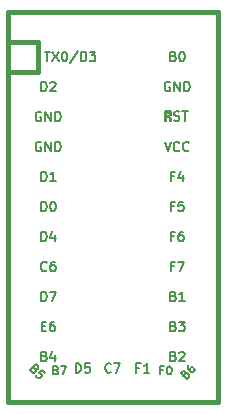
<source format=gbr>
%TF.GenerationSoftware,KiCad,Pcbnew,(5.1.10)-1*%
%TF.CreationDate,2021-07-24T19:46:28-07:00*%
%TF.ProjectId,V2,56322e6b-6963-4616-945f-706362585858,rev?*%
%TF.SameCoordinates,Original*%
%TF.FileFunction,Legend,Top*%
%TF.FilePolarity,Positive*%
%FSLAX46Y46*%
G04 Gerber Fmt 4.6, Leading zero omitted, Abs format (unit mm)*
G04 Created by KiCad (PCBNEW (5.1.10)-1) date 2021-07-24 19:46:28*
%MOMM*%
%LPD*%
G01*
G04 APERTURE LIST*
%ADD10C,0.381000*%
%ADD11C,0.150000*%
G04 APERTURE END LIST*
D10*
%TO.C,U1*%
X206770000Y9900000D02*
X204230000Y9900000D01*
X204230000Y12440000D02*
X204230000Y9900000D01*
X222010000Y12440000D02*
X204230000Y12440000D01*
X222010000Y9900000D02*
X222010000Y12440000D01*
D11*
G36*
X218051568Y3420640D02*
G01*
X218051568Y3220640D01*
X217951568Y3220640D01*
X217951568Y3420640D01*
X218051568Y3420640D01*
G37*
X218051568Y3420640D02*
X218051568Y3220640D01*
X217951568Y3220640D01*
X217951568Y3420640D01*
X218051568Y3420640D01*
G36*
X217651568Y4020640D02*
G01*
X217651568Y3220640D01*
X217551568Y3220640D01*
X217551568Y4020640D01*
X217651568Y4020640D01*
G37*
X217651568Y4020640D02*
X217651568Y3220640D01*
X217551568Y3220640D01*
X217551568Y4020640D01*
X217651568Y4020640D01*
G36*
X218051568Y4020640D02*
G01*
X218051568Y3920640D01*
X217551568Y3920640D01*
X217551568Y4020640D01*
X218051568Y4020640D01*
G37*
X218051568Y4020640D02*
X218051568Y3920640D01*
X217551568Y3920640D01*
X217551568Y4020640D01*
X218051568Y4020640D01*
G36*
X217851568Y3620640D02*
G01*
X217851568Y3520640D01*
X217751568Y3520640D01*
X217751568Y3620640D01*
X217851568Y3620640D01*
G37*
X217851568Y3620640D02*
X217851568Y3520640D01*
X217751568Y3520640D01*
X217751568Y3620640D01*
X217851568Y3620640D01*
G36*
X218051568Y4020640D02*
G01*
X218051568Y3720640D01*
X217951568Y3720640D01*
X217951568Y4020640D01*
X218051568Y4020640D01*
G37*
X218051568Y4020640D02*
X218051568Y3720640D01*
X217951568Y3720640D01*
X217951568Y4020640D01*
X218051568Y4020640D01*
D10*
X206770000Y7360000D02*
X204230000Y7360000D01*
X206770000Y9900000D02*
X206770000Y7360000D01*
X222010000Y-20580000D02*
X222010000Y9900000D01*
X204230000Y-20580000D02*
X222010000Y-20580000D01*
X204230000Y9900000D02*
X204230000Y-20580000D01*
D11*
X218257190Y-16712857D02*
X218371476Y-16750952D01*
X218409571Y-16789047D01*
X218447666Y-16865238D01*
X218447666Y-16979523D01*
X218409571Y-17055714D01*
X218371476Y-17093809D01*
X218295285Y-17131904D01*
X217990523Y-17131904D01*
X217990523Y-16331904D01*
X218257190Y-16331904D01*
X218333380Y-16370000D01*
X218371476Y-16408095D01*
X218409571Y-16484285D01*
X218409571Y-16560476D01*
X218371476Y-16636666D01*
X218333380Y-16674761D01*
X218257190Y-16712857D01*
X217990523Y-16712857D01*
X218752428Y-16408095D02*
X218790523Y-16370000D01*
X218866714Y-16331904D01*
X219057190Y-16331904D01*
X219133380Y-16370000D01*
X219171476Y-16408095D01*
X219209571Y-16484285D01*
X219209571Y-16560476D01*
X219171476Y-16674761D01*
X218714333Y-17131904D01*
X219209571Y-17131904D01*
X218314333Y-9092857D02*
X218047666Y-9092857D01*
X218047666Y-9511904D02*
X218047666Y-8711904D01*
X218428619Y-8711904D01*
X218657190Y-8711904D02*
X219190523Y-8711904D01*
X218847666Y-9511904D01*
X218314333Y-6552857D02*
X218047666Y-6552857D01*
X218047666Y-6971904D02*
X218047666Y-6171904D01*
X218428619Y-6171904D01*
X219076238Y-6171904D02*
X218923857Y-6171904D01*
X218847666Y-6210000D01*
X218809571Y-6248095D01*
X218733380Y-6362380D01*
X218695285Y-6514761D01*
X218695285Y-6819523D01*
X218733380Y-6895714D01*
X218771476Y-6933809D01*
X218847666Y-6971904D01*
X219000047Y-6971904D01*
X219076238Y-6933809D01*
X219114333Y-6895714D01*
X219152428Y-6819523D01*
X219152428Y-6629047D01*
X219114333Y-6552857D01*
X219076238Y-6514761D01*
X219000047Y-6476666D01*
X218847666Y-6476666D01*
X218771476Y-6514761D01*
X218733380Y-6552857D01*
X218695285Y-6629047D01*
X218314333Y-4012857D02*
X218047666Y-4012857D01*
X218047666Y-4431904D02*
X218047666Y-3631904D01*
X218428619Y-3631904D01*
X219114333Y-3631904D02*
X218733380Y-3631904D01*
X218695285Y-4012857D01*
X218733380Y-3974761D01*
X218809571Y-3936666D01*
X219000047Y-3936666D01*
X219076238Y-3974761D01*
X219114333Y-4012857D01*
X219152428Y-4089047D01*
X219152428Y-4279523D01*
X219114333Y-4355714D01*
X219076238Y-4393809D01*
X219000047Y-4431904D01*
X218809571Y-4431904D01*
X218733380Y-4393809D01*
X218695285Y-4355714D01*
X218257190Y8687142D02*
X218371476Y8649047D01*
X218409571Y8610952D01*
X218447666Y8534761D01*
X218447666Y8420476D01*
X218409571Y8344285D01*
X218371476Y8306190D01*
X218295285Y8268095D01*
X217990523Y8268095D01*
X217990523Y9068095D01*
X218257190Y9068095D01*
X218333380Y9030000D01*
X218371476Y8991904D01*
X218409571Y8915714D01*
X218409571Y8839523D01*
X218371476Y8763333D01*
X218333380Y8725238D01*
X218257190Y8687142D01*
X217990523Y8687142D01*
X218942904Y9068095D02*
X219019095Y9068095D01*
X219095285Y9030000D01*
X219133380Y8991904D01*
X219171476Y8915714D01*
X219209571Y8763333D01*
X219209571Y8572857D01*
X219171476Y8420476D01*
X219133380Y8344285D01*
X219095285Y8306190D01*
X219019095Y8268095D01*
X218942904Y8268095D01*
X218866714Y8306190D01*
X218828619Y8344285D01*
X218790523Y8420476D01*
X218752428Y8572857D01*
X218752428Y8763333D01*
X218790523Y8915714D01*
X218828619Y8991904D01*
X218866714Y9030000D01*
X218942904Y9068095D01*
X217971476Y6490000D02*
X217895285Y6528095D01*
X217781000Y6528095D01*
X217666714Y6490000D01*
X217590523Y6413809D01*
X217552428Y6337619D01*
X217514333Y6185238D01*
X217514333Y6070952D01*
X217552428Y5918571D01*
X217590523Y5842380D01*
X217666714Y5766190D01*
X217781000Y5728095D01*
X217857190Y5728095D01*
X217971476Y5766190D01*
X218009571Y5804285D01*
X218009571Y6070952D01*
X217857190Y6070952D01*
X218352428Y5728095D02*
X218352428Y6528095D01*
X218809571Y5728095D01*
X218809571Y6528095D01*
X219190523Y5728095D02*
X219190523Y6528095D01*
X219381000Y6528095D01*
X219495285Y6490000D01*
X219571476Y6413809D01*
X219609571Y6337619D01*
X219647666Y6185238D01*
X219647666Y6070952D01*
X219609571Y5918571D01*
X219571476Y5842380D01*
X219495285Y5766190D01*
X219381000Y5728095D01*
X219190523Y5728095D01*
X218319786Y3256190D02*
X218434072Y3218095D01*
X218624548Y3218095D01*
X218700739Y3256190D01*
X218738834Y3294285D01*
X218776929Y3370476D01*
X218776929Y3446666D01*
X218738834Y3522857D01*
X218700739Y3560952D01*
X218624548Y3599047D01*
X218472167Y3637142D01*
X218395977Y3675238D01*
X218357881Y3713333D01*
X218319786Y3789523D01*
X218319786Y3865714D01*
X218357881Y3941904D01*
X218395977Y3980000D01*
X218472167Y4018095D01*
X218662643Y4018095D01*
X218776929Y3980000D01*
X219005500Y4018095D02*
X219462643Y4018095D01*
X219234072Y3218095D02*
X219234072Y4018095D01*
X217514333Y1448095D02*
X217781000Y648095D01*
X218047666Y1448095D01*
X218771476Y724285D02*
X218733380Y686190D01*
X218619095Y648095D01*
X218542904Y648095D01*
X218428619Y686190D01*
X218352428Y762380D01*
X218314333Y838571D01*
X218276238Y990952D01*
X218276238Y1105238D01*
X218314333Y1257619D01*
X218352428Y1333809D01*
X218428619Y1410000D01*
X218542904Y1448095D01*
X218619095Y1448095D01*
X218733380Y1410000D01*
X218771476Y1371904D01*
X219571476Y724285D02*
X219533380Y686190D01*
X219419095Y648095D01*
X219342904Y648095D01*
X219228619Y686190D01*
X219152428Y762380D01*
X219114333Y838571D01*
X219076238Y990952D01*
X219076238Y1105238D01*
X219114333Y1257619D01*
X219152428Y1333809D01*
X219228619Y1410000D01*
X219342904Y1448095D01*
X219419095Y1448095D01*
X219533380Y1410000D01*
X219571476Y1371904D01*
X218314333Y-1472857D02*
X218047666Y-1472857D01*
X218047666Y-1891904D02*
X218047666Y-1091904D01*
X218428619Y-1091904D01*
X219076238Y-1358571D02*
X219076238Y-1891904D01*
X218885761Y-1053809D02*
X218695285Y-1625238D01*
X219190523Y-1625238D01*
X218257190Y-11632857D02*
X218371476Y-11670952D01*
X218409571Y-11709047D01*
X218447666Y-11785238D01*
X218447666Y-11899523D01*
X218409571Y-11975714D01*
X218371476Y-12013809D01*
X218295285Y-12051904D01*
X217990523Y-12051904D01*
X217990523Y-11251904D01*
X218257190Y-11251904D01*
X218333380Y-11290000D01*
X218371476Y-11328095D01*
X218409571Y-11404285D01*
X218409571Y-11480476D01*
X218371476Y-11556666D01*
X218333380Y-11594761D01*
X218257190Y-11632857D01*
X217990523Y-11632857D01*
X219209571Y-12051904D02*
X218752428Y-12051904D01*
X218981000Y-12051904D02*
X218981000Y-11251904D01*
X218904809Y-11366190D01*
X218828619Y-11442380D01*
X218752428Y-11480476D01*
X218257190Y-14172857D02*
X218371476Y-14210952D01*
X218409571Y-14249047D01*
X218447666Y-14325238D01*
X218447666Y-14439523D01*
X218409571Y-14515714D01*
X218371476Y-14553809D01*
X218295285Y-14591904D01*
X217990523Y-14591904D01*
X217990523Y-13791904D01*
X218257190Y-13791904D01*
X218333380Y-13830000D01*
X218371476Y-13868095D01*
X218409571Y-13944285D01*
X218409571Y-14020476D01*
X218371476Y-14096666D01*
X218333380Y-14134761D01*
X218257190Y-14172857D01*
X217990523Y-14172857D01*
X218714333Y-13791904D02*
X219209571Y-13791904D01*
X218942904Y-14096666D01*
X219057190Y-14096666D01*
X219133380Y-14134761D01*
X219171476Y-14172857D01*
X219209571Y-14249047D01*
X219209571Y-14439523D01*
X219171476Y-14515714D01*
X219133380Y-14553809D01*
X219057190Y-14591904D01*
X218828619Y-14591904D01*
X218752428Y-14553809D01*
X218714333Y-14515714D01*
X206555008Y-17804297D02*
X206602148Y-17898578D01*
X206602148Y-17945719D01*
X206578578Y-18016429D01*
X206507867Y-18087140D01*
X206437157Y-18110710D01*
X206390016Y-18110710D01*
X206319306Y-18087140D01*
X206130744Y-17898578D01*
X206625719Y-17403603D01*
X206790710Y-17568595D01*
X206814280Y-17639306D01*
X206814280Y-17686446D01*
X206790710Y-17757157D01*
X206743570Y-17804297D01*
X206672859Y-17827867D01*
X206625719Y-17827867D01*
X206555008Y-17804297D01*
X206390016Y-17639306D01*
X207356396Y-18134280D02*
X207120693Y-17898578D01*
X206861421Y-18110710D01*
X206908561Y-18110710D01*
X206979272Y-18134280D01*
X207097123Y-18252132D01*
X207120693Y-18322842D01*
X207120693Y-18369983D01*
X207097123Y-18440693D01*
X206979272Y-18558544D01*
X206908561Y-18582115D01*
X206861421Y-18582115D01*
X206790710Y-18558544D01*
X206672859Y-18440693D01*
X206649289Y-18369983D01*
X206649289Y-18322842D01*
X207335190Y-16712857D02*
X207449476Y-16750952D01*
X207487571Y-16789047D01*
X207525666Y-16865238D01*
X207525666Y-16979523D01*
X207487571Y-17055714D01*
X207449476Y-17093809D01*
X207373285Y-17131904D01*
X207068523Y-17131904D01*
X207068523Y-16331904D01*
X207335190Y-16331904D01*
X207411380Y-16370000D01*
X207449476Y-16408095D01*
X207487571Y-16484285D01*
X207487571Y-16560476D01*
X207449476Y-16636666D01*
X207411380Y-16674761D01*
X207335190Y-16712857D01*
X207068523Y-16712857D01*
X208211380Y-16598571D02*
X208211380Y-17131904D01*
X208020904Y-16293809D02*
X207830428Y-16865238D01*
X208325666Y-16865238D01*
X207106619Y-14172857D02*
X207373285Y-14172857D01*
X207487571Y-14591904D02*
X207106619Y-14591904D01*
X207106619Y-13791904D01*
X207487571Y-13791904D01*
X208173285Y-13791904D02*
X208020904Y-13791904D01*
X207944714Y-13830000D01*
X207906619Y-13868095D01*
X207830428Y-13982380D01*
X207792333Y-14134761D01*
X207792333Y-14439523D01*
X207830428Y-14515714D01*
X207868523Y-14553809D01*
X207944714Y-14591904D01*
X208097095Y-14591904D01*
X208173285Y-14553809D01*
X208211380Y-14515714D01*
X208249476Y-14439523D01*
X208249476Y-14249047D01*
X208211380Y-14172857D01*
X208173285Y-14134761D01*
X208097095Y-14096666D01*
X207944714Y-14096666D01*
X207868523Y-14134761D01*
X207830428Y-14172857D01*
X207792333Y-14249047D01*
X207068523Y-12051904D02*
X207068523Y-11251904D01*
X207259000Y-11251904D01*
X207373285Y-11290000D01*
X207449476Y-11366190D01*
X207487571Y-11442380D01*
X207525666Y-11594761D01*
X207525666Y-11709047D01*
X207487571Y-11861428D01*
X207449476Y-11937619D01*
X207373285Y-12013809D01*
X207259000Y-12051904D01*
X207068523Y-12051904D01*
X207792333Y-11251904D02*
X208325666Y-11251904D01*
X207982809Y-12051904D01*
X207525666Y-9435714D02*
X207487571Y-9473809D01*
X207373285Y-9511904D01*
X207297095Y-9511904D01*
X207182809Y-9473809D01*
X207106619Y-9397619D01*
X207068523Y-9321428D01*
X207030428Y-9169047D01*
X207030428Y-9054761D01*
X207068523Y-8902380D01*
X207106619Y-8826190D01*
X207182809Y-8750000D01*
X207297095Y-8711904D01*
X207373285Y-8711904D01*
X207487571Y-8750000D01*
X207525666Y-8788095D01*
X208211380Y-8711904D02*
X208059000Y-8711904D01*
X207982809Y-8750000D01*
X207944714Y-8788095D01*
X207868523Y-8902380D01*
X207830428Y-9054761D01*
X207830428Y-9359523D01*
X207868523Y-9435714D01*
X207906619Y-9473809D01*
X207982809Y-9511904D01*
X208135190Y-9511904D01*
X208211380Y-9473809D01*
X208249476Y-9435714D01*
X208287571Y-9359523D01*
X208287571Y-9169047D01*
X208249476Y-9092857D01*
X208211380Y-9054761D01*
X208135190Y-9016666D01*
X207982809Y-9016666D01*
X207906619Y-9054761D01*
X207868523Y-9092857D01*
X207830428Y-9169047D01*
X207068523Y-6971904D02*
X207068523Y-6171904D01*
X207259000Y-6171904D01*
X207373285Y-6210000D01*
X207449476Y-6286190D01*
X207487571Y-6362380D01*
X207525666Y-6514761D01*
X207525666Y-6629047D01*
X207487571Y-6781428D01*
X207449476Y-6857619D01*
X207373285Y-6933809D01*
X207259000Y-6971904D01*
X207068523Y-6971904D01*
X208211380Y-6438571D02*
X208211380Y-6971904D01*
X208020904Y-6133809D02*
X207830428Y-6705238D01*
X208325666Y-6705238D01*
X207049476Y3950000D02*
X206973285Y3988095D01*
X206859000Y3988095D01*
X206744714Y3950000D01*
X206668523Y3873809D01*
X206630428Y3797619D01*
X206592333Y3645238D01*
X206592333Y3530952D01*
X206630428Y3378571D01*
X206668523Y3302380D01*
X206744714Y3226190D01*
X206859000Y3188095D01*
X206935190Y3188095D01*
X207049476Y3226190D01*
X207087571Y3264285D01*
X207087571Y3530952D01*
X206935190Y3530952D01*
X207430428Y3188095D02*
X207430428Y3988095D01*
X207887571Y3188095D01*
X207887571Y3988095D01*
X208268523Y3188095D02*
X208268523Y3988095D01*
X208459000Y3988095D01*
X208573285Y3950000D01*
X208649476Y3873809D01*
X208687571Y3797619D01*
X208725666Y3645238D01*
X208725666Y3530952D01*
X208687571Y3378571D01*
X208649476Y3302380D01*
X208573285Y3226190D01*
X208459000Y3188095D01*
X208268523Y3188095D01*
X207049476Y1410000D02*
X206973285Y1448095D01*
X206859000Y1448095D01*
X206744714Y1410000D01*
X206668523Y1333809D01*
X206630428Y1257619D01*
X206592333Y1105238D01*
X206592333Y990952D01*
X206630428Y838571D01*
X206668523Y762380D01*
X206744714Y686190D01*
X206859000Y648095D01*
X206935190Y648095D01*
X207049476Y686190D01*
X207087571Y724285D01*
X207087571Y990952D01*
X206935190Y990952D01*
X207430428Y648095D02*
X207430428Y1448095D01*
X207887571Y648095D01*
X207887571Y1448095D01*
X208268523Y648095D02*
X208268523Y1448095D01*
X208459000Y1448095D01*
X208573285Y1410000D01*
X208649476Y1333809D01*
X208687571Y1257619D01*
X208725666Y1105238D01*
X208725666Y990952D01*
X208687571Y838571D01*
X208649476Y762380D01*
X208573285Y686190D01*
X208459000Y648095D01*
X208268523Y648095D01*
X207068523Y-1891904D02*
X207068523Y-1091904D01*
X207259000Y-1091904D01*
X207373285Y-1130000D01*
X207449476Y-1206190D01*
X207487571Y-1282380D01*
X207525666Y-1434761D01*
X207525666Y-1549047D01*
X207487571Y-1701428D01*
X207449476Y-1777619D01*
X207373285Y-1853809D01*
X207259000Y-1891904D01*
X207068523Y-1891904D01*
X208287571Y-1891904D02*
X207830428Y-1891904D01*
X208059000Y-1891904D02*
X208059000Y-1091904D01*
X207982809Y-1206190D01*
X207906619Y-1282380D01*
X207830428Y-1320476D01*
X207068523Y-4431904D02*
X207068523Y-3631904D01*
X207259000Y-3631904D01*
X207373285Y-3670000D01*
X207449476Y-3746190D01*
X207487571Y-3822380D01*
X207525666Y-3974761D01*
X207525666Y-4089047D01*
X207487571Y-4241428D01*
X207449476Y-4317619D01*
X207373285Y-4393809D01*
X207259000Y-4431904D01*
X207068523Y-4431904D01*
X208020904Y-3631904D02*
X208097095Y-3631904D01*
X208173285Y-3670000D01*
X208211380Y-3708095D01*
X208249476Y-3784285D01*
X208287571Y-3936666D01*
X208287571Y-4127142D01*
X208249476Y-4279523D01*
X208211380Y-4355714D01*
X208173285Y-4393809D01*
X208097095Y-4431904D01*
X208020904Y-4431904D01*
X207944714Y-4393809D01*
X207906619Y-4355714D01*
X207868523Y-4279523D01*
X207830428Y-4127142D01*
X207830428Y-3936666D01*
X207868523Y-3784285D01*
X207906619Y-3708095D01*
X207944714Y-3670000D01*
X208020904Y-3631904D01*
X207068523Y5728095D02*
X207068523Y6528095D01*
X207259000Y6528095D01*
X207373285Y6490000D01*
X207449476Y6413809D01*
X207487571Y6337619D01*
X207525666Y6185238D01*
X207525666Y6070952D01*
X207487571Y5918571D01*
X207449476Y5842380D01*
X207373285Y5766190D01*
X207259000Y5728095D01*
X207068523Y5728095D01*
X207830428Y6451904D02*
X207868523Y6490000D01*
X207944714Y6528095D01*
X208135190Y6528095D01*
X208211380Y6490000D01*
X208249476Y6451904D01*
X208287571Y6375714D01*
X208287571Y6299523D01*
X208249476Y6185238D01*
X207792333Y5728095D01*
X208287571Y5728095D01*
X207357651Y9068095D02*
X207814794Y9068095D01*
X207586223Y8268095D02*
X207586223Y9068095D01*
X208005270Y9068095D02*
X208538604Y8268095D01*
X208538604Y9068095D02*
X208005270Y8268095D01*
X208995747Y9068095D02*
X209071937Y9068095D01*
X209148128Y9030000D01*
X209186223Y8991904D01*
X209224318Y8915714D01*
X209262413Y8763333D01*
X209262413Y8572857D01*
X209224318Y8420476D01*
X209186223Y8344285D01*
X209148128Y8306190D01*
X209071937Y8268095D01*
X208995747Y8268095D01*
X208919556Y8306190D01*
X208881461Y8344285D01*
X208843366Y8420476D01*
X208805270Y8572857D01*
X208805270Y8763333D01*
X208843366Y8915714D01*
X208881461Y8991904D01*
X208919556Y9030000D01*
X208995747Y9068095D01*
X210176699Y9106190D02*
X209490985Y8077619D01*
X210443366Y8268095D02*
X210443366Y9068095D01*
X210633842Y9068095D01*
X210748128Y9030000D01*
X210824318Y8953809D01*
X210862413Y8877619D01*
X210900508Y8725238D01*
X210900508Y8610952D01*
X210862413Y8458571D01*
X210824318Y8382380D01*
X210748128Y8306190D01*
X210633842Y8268095D01*
X210443366Y8268095D01*
X211167175Y9068095D02*
X211662413Y9068095D01*
X211395747Y8763333D01*
X211510032Y8763333D01*
X211586223Y8725238D01*
X211624318Y8687142D01*
X211662413Y8610952D01*
X211662413Y8420476D01*
X211624318Y8344285D01*
X211586223Y8306190D01*
X211510032Y8268095D01*
X211281461Y8268095D01*
X211205270Y8306190D01*
X211167175Y8344285D01*
X208336666Y-17890000D02*
X208436666Y-17923333D01*
X208470000Y-17956666D01*
X208503333Y-18023333D01*
X208503333Y-18123333D01*
X208470000Y-18190000D01*
X208436666Y-18223333D01*
X208370000Y-18256666D01*
X208103333Y-18256666D01*
X208103333Y-17556666D01*
X208336666Y-17556666D01*
X208403333Y-17590000D01*
X208436666Y-17623333D01*
X208470000Y-17690000D01*
X208470000Y-17756666D01*
X208436666Y-17823333D01*
X208403333Y-17856666D01*
X208336666Y-17890000D01*
X208103333Y-17890000D01*
X208736666Y-17556666D02*
X209203333Y-17556666D01*
X208903333Y-18256666D01*
X217386666Y-17890000D02*
X217153333Y-17890000D01*
X217153333Y-18256666D02*
X217153333Y-17556666D01*
X217486666Y-17556666D01*
X217886666Y-17556666D02*
X217953333Y-17556666D01*
X218020000Y-17590000D01*
X218053333Y-17623333D01*
X218086666Y-17690000D01*
X218120000Y-17823333D01*
X218120000Y-17990000D01*
X218086666Y-18123333D01*
X218053333Y-18190000D01*
X218020000Y-18223333D01*
X217953333Y-18256666D01*
X217886666Y-18256666D01*
X217820000Y-18223333D01*
X217786666Y-18190000D01*
X217753333Y-18123333D01*
X217720000Y-17990000D01*
X217720000Y-17823333D01*
X217753333Y-17690000D01*
X217786666Y-17623333D01*
X217820000Y-17590000D01*
X217886666Y-17556666D01*
X219284297Y-18204991D02*
X219378578Y-18157851D01*
X219425719Y-18157851D01*
X219496429Y-18181421D01*
X219567140Y-18252132D01*
X219590710Y-18322842D01*
X219590710Y-18369983D01*
X219567140Y-18440693D01*
X219378578Y-18629255D01*
X218883603Y-18134280D01*
X219048595Y-17969289D01*
X219119306Y-17945719D01*
X219166446Y-17945719D01*
X219237157Y-17969289D01*
X219284297Y-18016429D01*
X219307867Y-18087140D01*
X219307867Y-18134280D01*
X219284297Y-18204991D01*
X219119306Y-18369983D01*
X219590710Y-17427174D02*
X219496429Y-17521455D01*
X219472859Y-17592165D01*
X219472859Y-17639306D01*
X219496429Y-17757157D01*
X219567140Y-17875008D01*
X219755702Y-18063570D01*
X219826412Y-18087140D01*
X219873553Y-18087140D01*
X219944264Y-18063570D01*
X220038544Y-17969289D01*
X220062115Y-17898578D01*
X220062115Y-17851438D01*
X220038544Y-17780727D01*
X219920693Y-17662876D01*
X219849983Y-17639306D01*
X219802842Y-17639306D01*
X219732132Y-17662876D01*
X219637851Y-17757157D01*
X219614280Y-17827867D01*
X219614280Y-17875008D01*
X219637851Y-17945719D01*
X212986666Y-18025714D02*
X212948571Y-18063809D01*
X212834285Y-18101904D01*
X212758095Y-18101904D01*
X212643809Y-18063809D01*
X212567619Y-17987619D01*
X212529523Y-17911428D01*
X212491428Y-17759047D01*
X212491428Y-17644761D01*
X212529523Y-17492380D01*
X212567619Y-17416190D01*
X212643809Y-17340000D01*
X212758095Y-17301904D01*
X212834285Y-17301904D01*
X212948571Y-17340000D01*
X212986666Y-17378095D01*
X213253333Y-17301904D02*
X213786666Y-17301904D01*
X213443809Y-18101904D01*
X215393333Y-17682857D02*
X215126666Y-17682857D01*
X215126666Y-18101904D02*
X215126666Y-17301904D01*
X215507619Y-17301904D01*
X216231428Y-18101904D02*
X215774285Y-18101904D01*
X216002857Y-18101904D02*
X216002857Y-17301904D01*
X215926666Y-17416190D01*
X215850476Y-17492380D01*
X215774285Y-17530476D01*
X209989523Y-18101904D02*
X209989523Y-17301904D01*
X210180000Y-17301904D01*
X210294285Y-17340000D01*
X210370476Y-17416190D01*
X210408571Y-17492380D01*
X210446666Y-17644761D01*
X210446666Y-17759047D01*
X210408571Y-17911428D01*
X210370476Y-17987619D01*
X210294285Y-18063809D01*
X210180000Y-18101904D01*
X209989523Y-18101904D01*
X211170476Y-17301904D02*
X210789523Y-17301904D01*
X210751428Y-17682857D01*
X210789523Y-17644761D01*
X210865714Y-17606666D01*
X211056190Y-17606666D01*
X211132380Y-17644761D01*
X211170476Y-17682857D01*
X211208571Y-17759047D01*
X211208571Y-17949523D01*
X211170476Y-18025714D01*
X211132380Y-18063809D01*
X211056190Y-18101904D01*
X210865714Y-18101904D01*
X210789523Y-18063809D01*
X210751428Y-18025714D01*
%TD*%
M02*

</source>
